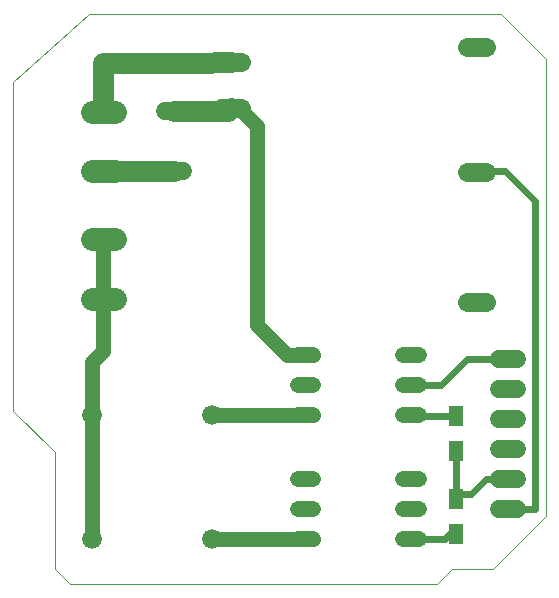
<source format=gbl>
G75*
%MOIN*%
%OFA0B0*%
%FSLAX25Y25*%
%IPPOS*%
%LPD*%
%AMOC8*
5,1,8,0,0,1.08239X$1,22.5*
%
%ADD10C,0.00000*%
%ADD11C,0.07800*%
%ADD12C,0.06000*%
%ADD13C,0.06496*%
%ADD14C,0.05200*%
%ADD15C,0.06600*%
%ADD16R,0.04724X0.07087*%
%ADD17C,0.07000*%
%ADD18C,0.04000*%
%ADD19C,0.05000*%
%ADD20C,0.02400*%
D10*
X0189911Y0200358D02*
X0176161Y0214108D01*
X0176161Y0323988D01*
X0201321Y0346608D01*
X0338661Y0346608D01*
X0353661Y0331608D01*
X0353661Y0179108D01*
X0336161Y0161608D01*
X0322411Y0161608D01*
X0317411Y0156608D01*
X0194911Y0156608D01*
X0189911Y0161608D01*
X0189911Y0200358D01*
D11*
X0202261Y0251628D02*
X0210061Y0251628D01*
X0210061Y0271428D02*
X0202261Y0271428D01*
X0202261Y0294088D02*
X0210061Y0294088D01*
X0210061Y0313888D02*
X0202261Y0313888D01*
D12*
X0226871Y0314028D02*
X0232871Y0314028D01*
X0232871Y0294028D02*
X0226871Y0294028D01*
X0338161Y0231608D02*
X0344161Y0231608D01*
X0344161Y0221608D02*
X0338161Y0221608D01*
X0338161Y0211608D02*
X0344161Y0211608D01*
X0344161Y0201608D02*
X0338161Y0201608D01*
X0338161Y0191608D02*
X0344161Y0191608D01*
X0344161Y0181608D02*
X0338161Y0181608D01*
D13*
X0333765Y0250594D02*
X0327269Y0250594D01*
X0327269Y0293861D02*
X0333765Y0293861D01*
X0333765Y0335594D02*
X0327269Y0335594D01*
X0252033Y0330515D02*
X0245537Y0330515D01*
X0245537Y0315160D02*
X0252033Y0315160D01*
D14*
X0270961Y0232858D02*
X0276161Y0232858D01*
X0276161Y0222858D02*
X0270961Y0222858D01*
X0270961Y0212858D02*
X0276161Y0212858D01*
X0276161Y0191608D02*
X0270961Y0191608D01*
X0270961Y0181608D02*
X0276161Y0181608D01*
X0276161Y0171608D02*
X0270961Y0171608D01*
X0306161Y0171608D02*
X0311361Y0171608D01*
X0311361Y0181608D02*
X0306161Y0181608D01*
X0306161Y0191608D02*
X0311361Y0191608D01*
X0311361Y0212858D02*
X0306161Y0212858D01*
X0306161Y0222858D02*
X0311361Y0222858D01*
X0311361Y0232858D02*
X0306161Y0232858D01*
D15*
X0242411Y0212858D03*
X0242411Y0171608D03*
X0202411Y0171608D03*
X0202411Y0212858D03*
D16*
X0323661Y0212509D03*
X0323661Y0200706D03*
X0323661Y0185009D03*
X0323661Y0173206D03*
D17*
X0229871Y0294028D02*
X0229811Y0294088D01*
X0206161Y0294088D01*
X0206161Y0313988D02*
X0206161Y0330218D01*
X0229311Y0330218D01*
X0236811Y0330338D01*
X0248785Y0330515D01*
X0248785Y0315160D02*
X0247652Y0314028D01*
X0229871Y0314028D01*
D18*
X0248785Y0315160D02*
X0251358Y0315160D01*
D19*
X0257411Y0309108D01*
X0257411Y0242858D01*
X0267411Y0232858D01*
X0276161Y0232858D01*
X0276161Y0212858D02*
X0242411Y0212858D01*
X0242411Y0171608D02*
X0276161Y0171608D01*
X0206161Y0234108D02*
X0206161Y0251628D01*
X0206161Y0271428D01*
X0206161Y0234108D02*
X0202411Y0230358D01*
X0202411Y0212858D01*
X0202411Y0171608D01*
D20*
X0306161Y0171608D02*
X0319911Y0171608D01*
X0321510Y0173206D01*
X0323661Y0173206D01*
X0323661Y0185009D02*
X0323661Y0200706D01*
X0323661Y0212509D02*
X0306510Y0212509D01*
X0306161Y0212858D01*
X0306161Y0222858D02*
X0318661Y0222858D01*
X0327411Y0231608D01*
X0341161Y0231608D01*
X0341161Y0191608D02*
X0333661Y0191608D01*
X0328661Y0186608D01*
X0325260Y0186608D01*
X0323661Y0185009D01*
X0341161Y0181608D02*
X0349911Y0181608D01*
X0349911Y0284108D01*
X0339931Y0294088D01*
X0330517Y0293861D01*
M02*

</source>
